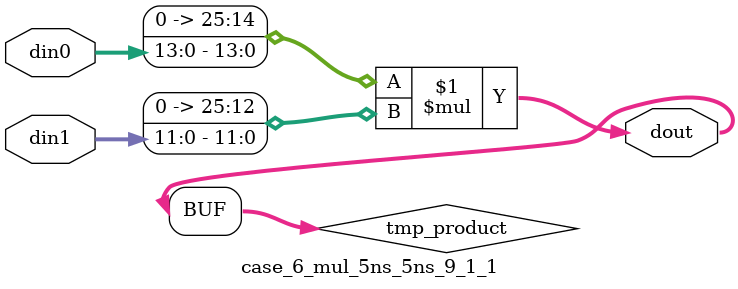
<source format=v>

`timescale 1 ns / 1 ps

 (* use_dsp = "no" *)  module case_6_mul_5ns_5ns_9_1_1(din0, din1, dout);
parameter ID = 1;
parameter NUM_STAGE = 0;
parameter din0_WIDTH = 14;
parameter din1_WIDTH = 12;
parameter dout_WIDTH = 26;

input [din0_WIDTH - 1 : 0] din0; 
input [din1_WIDTH - 1 : 0] din1; 
output [dout_WIDTH - 1 : 0] dout;

wire signed [dout_WIDTH - 1 : 0] tmp_product;
























assign tmp_product = $signed({1'b0, din0}) * $signed({1'b0, din1});











assign dout = tmp_product;





















endmodule

</source>
